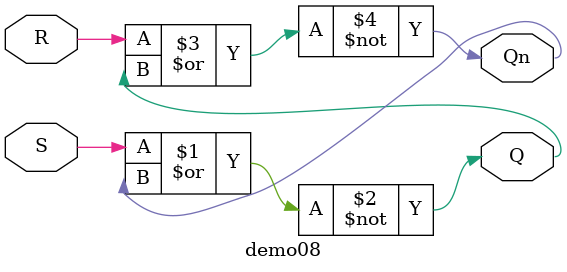
<source format=v>
`timescale 1ns / 1ps
module demo08(R,S,Q,Qn);

	input R,S;
	output Q,Qn;
	
	wire R,S,Q,Qn;
	
	assign    Q=~(S|Qn);
   assign    Qn=~(R|Q);
			
	
	

endmodule

</source>
